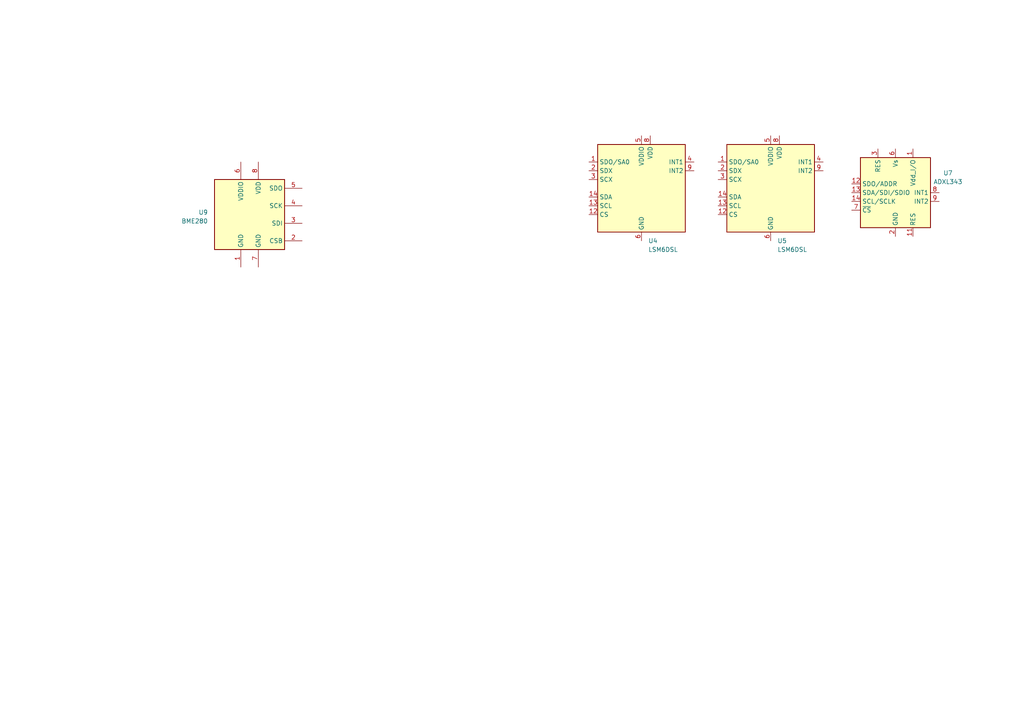
<source format=kicad_sch>
(kicad_sch (version 20230121) (generator eeschema)
  (paper "A4")
  (lib_symbols
    (symbol "Sensor:BME280"
      (property "Reference" "U" (at -8.89 11.43 0))
      (property "Value" "BME280" (at 7.62 11.43 0))
      (symbol "BME280_0_1"
        (rectangle (start -10.16 10.16) (end 10.16 -10.16) (stroke (width 0.254)) (fill (type background)))
      )
      (symbol "BME280_1_1"
        (pin power_in line (at -2.54 -15.24 90) (length 5.08) (name "GND") (number "1"))
        (pin input line (at 15.24 -7.62 180) (length 5.08) (name "CSB") (number "2"))
        (pin bidirectional line (at 15.24 -2.54 180) (length 5.08) (name "SDI") (number "3"))
        (pin input line (at 15.24 2.54 180) (length 5.08) (name "SCK") (number "4"))
        (pin bidirectional line (at 15.24 7.62 180) (length 5.08) (name "SDO") (number "5"))
        (pin power_in line (at -2.54 15.24 270) (length 5.08) (name "VDDIO") (number "6"))
        (pin power_in line (at 2.54 -15.24 90) (length 5.08) (name "GND") (number "7"))
        (pin power_in line (at 2.54 15.24 270) (length 5.08) (name "VDD") (number "8"))
      )
    )
    (symbol "Sensor_Motion:ADXL343"
      (property "Reference" "U" (at -8.89 11.43 0))
      (property "Value" "ADXL343" (at -7.62 -11.43 0))
      (symbol "ADXL343_0_1"
        (rectangle (start -10.16 10.16) (end 10.16 -10.16) (stroke (width 0.254)) (fill (type background)))
      )
      (symbol "ADXL343_1_1"
        (pin power_in line (at 5.08 12.7 270) (length 2.54) (name "Vdd_I/O") (number "1"))
        (pin no_connect line (at -5.08 -10.16 90) (length 2.54) hide (name "NC") (number "10"))
        (pin passive line (at 5.08 -12.7 90) (length 2.54) (name "RES") (number "11"))
        (pin bidirectional line (at -12.7 2.54 0) (length 2.54) (name "SDO/ADDR") (number "12"))
        (pin bidirectional line (at -12.7 0 0) (length 2.54) (name "SDA/SDI/SDIO") (number "13"))
        (pin input line (at -12.7 -2.54 0) (length 2.54) (name "SCL/SCLK") (number "14"))
        (pin power_in line (at 0 -12.7 90) (length 2.54) (name "GND") (number "2"))
        (pin passive line (at -5.08 12.7 270) (length 2.54) (name "RES") (number "3"))
        (pin passive line (at 0 -12.7 90) (length 2.54) hide (name "GND") (number "4"))
        (pin passive line (at 0 -12.7 90) (length 2.54) hide (name "GND") (number "5"))
        (pin power_in line (at 0 12.7 270) (length 2.54) (name "Vs") (number "6"))
        (pin input line (at -12.7 -5.08 0) (length 2.54) (name "~{CS}") (number "7"))
        (pin output line (at 12.7 0 180) (length 2.54) (name "INT1") (number "8"))
        (pin output line (at 12.7 -2.54 180) (length 2.54) (name "INT2") (number "9"))
      )
    )
    (symbol "Sensor_Motion:LSM6DSL"
      (property "Reference" "U" (at -11.43 15.24 0))
      (property "Value" "LSM6DSL" (at -11.43 12.7 0))
      (symbol "LSM6DSL_0_1"
        (rectangle (start -12.7 12.7) (end 12.7 -12.7) (stroke (width 0.254)) (fill (type background)))
      )
      (symbol "LSM6DSL_1_1"
        (pin bidirectional line (at -15.24 7.62 0) (length 2.54) (name "SDO/SA0") (number "1"))
        (pin no_connect line (at 12.7 -5.08 180) (length 3.81) hide (name "NC") (number "10"))
        (pin no_connect line (at 12.7 -2.54 180) (length 3.81) hide (name "NC") (number "11"))
        (pin input line (at -15.24 -7.62 0) (length 2.54) (name "CS") (number "12"))
        (pin input line (at -15.24 -5.08 0) (length 2.54) (name "SCL") (number "13"))
        (pin bidirectional line (at -15.24 -2.54 0) (length 2.54) (name "SDA") (number "14"))
        (pin bidirectional line (at -15.24 5.08 0) (length 2.54) (name "SDX") (number "2"))
        (pin input line (at -15.24 2.54 0) (length 2.54) (name "SCX") (number "3"))
        (pin output line (at 15.24 7.62 180) (length 2.54) (name "INT1") (number "4"))
        (pin power_in line (at 0 15.24 270) (length 2.54) (name "VDDIO") (number "5"))
        (pin power_in line (at 0 -15.24 90) (length 2.54) (name "GND") (number "6"))
        (pin passive line (at 0 -15.24 90) (length 2.54) hide (name "GND") (number "7"))
        (pin power_in line (at 2.54 15.24 270) (length 2.54) (name "VDD") (number "8"))
        (pin output line (at 15.24 5.08 180) (length 2.54) (name "INT2") (number "9"))
      )
    )
  )
  (symbol (lib_id "Sensor_Motion:LSM6DSL") (at 186.055 54.61 0) (unit 1)
    (property "Reference" "U4" (at 188.0109 69.85 0) (effects (justify left)))
    (property "Value" "LSM6DSL" (at 188.0109 72.39 0) (effects (justify left)))
    (property "Footprint" "Package_LGA:LGA-14_3x2.5mm_P0.5mm_LayoutBorder3x4y" (effects hide))
    (property "Datasheet" "https://www.st.com/resource/en/datasheet/lsm6dsl.pdf" (effects hide))
    (instances (project "DroneRevamp" (path "" (reference "U4") (unit 1)) (path "" (reference "U5") (unit 1))))
  )
  (symbol (lib_id "Sensor_Motion:ADXL343") (at 259.715 55.88 0) (unit 1)
    (property "Reference" "U7" (at 274.955 50.1903 0))
    (property "Value" "ADXL343" (at 274.955 52.7303 0))
    (property "Footprint" "Package_LGA:LGA-14_3x5mm_P0.8mm_LayoutBorder1x6y" (effects hide))
    (property "Datasheet" "https://www.analog.com/media/en/technical-documentation/data-sheets/ADXL343.pdf" (effects hide))
    (instances (project "DroneRevamp" (path "" (reference "U7") (unit 1)) (path "" (reference "U10") (unit 1))))
  )
  (symbol (lib_id "Sensor_Motion:LSM6DSL") (at 223.52 54.61 0) (unit 1)
    (property "Reference" "U5" (at 225.4759 69.85 0) (effects (justify left)))
    (property "Value" "LSM6DSL" (at 225.4759 72.39 0) (effects (justify left)))
    (property "Footprint" "Package_LGA:LGA-14_3x2.5mm_P0.5mm_LayoutBorder3x4y" (effects hide))
    (property "Datasheet" "https://www.st.com/resource/en/datasheet/lsm6dsl.pdf" (effects hide))
    (instances (project "DroneRevamp" (path "" (reference "U5") (unit 1)) (path "" (reference "U7") (unit 1))))
  )
  (symbol (lib_id "Sensor:BME280") (at 72.39 62.23 0) (unit 1)
    (property "Reference" "U9" (at 60.325 61.595 0) (effects (justify right)))
    (property "Value" "BME280" (at 60.325 64.135 0) (effects (justify right)))
    (property "Footprint" "Package_LGA:Bosch_LGA-8_2.5x2.5mm_P0.65mm_ClockwisePinNumbering" (effects hide))
    (property "Datasheet" "https://www.bosch-sensortec.com/media/boschsensortec/downloads/datasheets/bst-bme280-ds002.pdf" (effects hide))
  )
)
</source>
